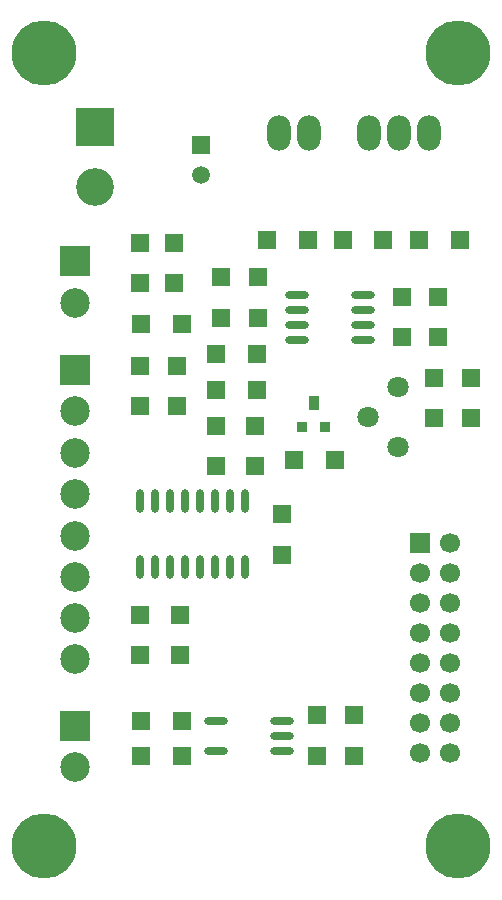
<source format=gbr>
%FSTAX23Y23*%
%MOIN*%
%SFA1B1*%

%IPPOS*%
%ADD10R,0.036000X0.050000*%
%ADD11R,0.036000X0.036000*%
%ADD12O,0.080000X0.024000*%
%ADD13O,0.024000X0.080000*%
%ADD14R,0.060000X0.060000*%
%ADD15R,0.060000X0.060000*%
%ADD18C,0.216535*%
%ADD19C,0.098425*%
%ADD20R,0.098425X0.098425*%
%ADD21O,0.078740X0.118110*%
%ADD22C,0.059055*%
%ADD23R,0.059055X0.059055*%
%ADD24C,0.125984*%
%ADD25R,0.125984X0.125984*%
%ADD26C,0.070866*%
%ADD27R,0.066929X0.066929*%
%ADD28C,0.066929*%
%LN+-10v_stepdir_colorlight_pads_top-1*%
%LPD*%
G54D10*
X01035Y01594D03*
G54D11*
X01072Y01514D03*
X00997D03*
G54D12*
X0093Y00534D03*
Y00484D03*
Y00434D03*
X0071D03*
Y00534D03*
X0098Y01954D03*
Y01904D03*
Y01854D03*
Y01804D03*
X012D03*
Y01854D03*
Y01904D03*
Y01954D03*
G54D13*
X00805Y01269D03*
X00755D03*
X00705D03*
X00655D03*
X00605D03*
X00555D03*
X00505D03*
X00455D03*
Y01049D03*
X00505D03*
X00555D03*
X00605D03*
X00655D03*
X00705D03*
X00755D03*
X00805D03*
G54D14*
X00595Y00419D03*
X0046D03*
X01132Y02139D03*
X01267D03*
X01522D03*
X01387D03*
X01015D03*
X0088D03*
X00595Y01859D03*
X0046D03*
X0071Y01639D03*
X00845D03*
X0071Y01759D03*
X00845D03*
X0046Y00534D03*
X00595D03*
X01105Y01404D03*
X0097D03*
G54D15*
X00455Y02129D03*
Y01994D03*
X0057Y02129D03*
Y01994D03*
X00725Y01879D03*
Y02014D03*
X0133Y01814D03*
Y01949D03*
X0145D03*
Y01814D03*
X0071Y01384D03*
Y01519D03*
X0058Y01584D03*
Y01719D03*
X0059Y00754D03*
Y00889D03*
X0085Y01879D03*
Y02014D03*
X0156Y01679D03*
Y01544D03*
X01435D03*
Y01679D03*
X0084Y01384D03*
Y01519D03*
X00455Y01584D03*
Y01719D03*
Y00754D03*
Y00889D03*
X0117Y00419D03*
Y00554D03*
X0093Y01224D03*
Y01089D03*
X01045Y00554D03*
Y00419D03*
G54D18*
X01515Y00118D03*
X00137D03*
X01515Y0276D03*
X00137D03*
G54D19*
X0024Y0074D03*
Y00878D03*
Y01016D03*
Y01153D03*
Y01291D03*
Y01429D03*
Y01567D03*
Y01929D03*
Y00381D03*
G54D20*
X0024Y01705D03*
Y02067D03*
Y00519D03*
G54D21*
X0132Y02494D03*
X0142D03*
X0122D03*
X0102D03*
X0092D03*
G54D22*
X0066Y02354D03*
G54D23*
X0066Y02454D03*
G54D24*
X00305Y02314D03*
G54D25*
X00305Y02514D03*
G54D26*
X01315Y01449D03*
X01215Y01549D03*
X01315Y01649D03*
G54D27*
X0139Y01129D03*
G54D28*
X0149Y01129D03*
X0139Y01029D03*
X0149D03*
X0139Y00929D03*
X0149D03*
X0139Y00829D03*
X0149D03*
X0139Y00729D03*
X0149D03*
X0139Y00629D03*
X0149D03*
X0139Y00529D03*
X0149D03*
X0139Y00429D03*
X0149D03*
M02*
</source>
